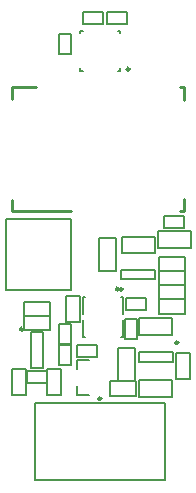
<source format=gto>
G04*
G04 #@! TF.GenerationSoftware,Altium Limited,Altium Designer,18.1.6 (161)*
G04*
G04 Layer_Color=65535*
%FSLAX24Y24*%
%MOIN*%
G70*
G01*
G75*
%ADD10C,0.0098*%
%ADD11C,0.0079*%
%ADD12C,0.0080*%
%ADD13C,0.0100*%
D10*
X610Y6368D02*
G03*
X610Y6368I-49J0D01*
G01*
X2598Y4577D02*
G03*
X2598Y4577I-49J0D01*
G01*
X738Y6358D02*
G03*
X738Y6358I-49J0D01*
G01*
X-2579Y5030D02*
G03*
X-2579Y5030I-49J0D01*
G01*
X974Y13701D02*
G03*
X974Y13701I-49J0D01*
G01*
X30Y2717D02*
G03*
X30Y2717I-49J0D01*
G01*
D11*
X-1772Y2835D02*
X-1299D01*
Y3701D01*
X-1772D02*
X-1299D01*
X-1772Y2835D02*
Y3701D01*
X2519Y3356D02*
X2992D01*
Y4222D01*
X2519D02*
X2992D01*
X2519Y3356D02*
Y4222D01*
X591Y4409D02*
X1142D01*
Y3307D02*
Y4409D01*
X591Y3307D02*
X1142D01*
X591D02*
Y4409D01*
X-1142Y6122D02*
X-669D01*
X-1142Y5256D02*
Y6122D01*
Y5256D02*
X-669D01*
Y6122D01*
X689Y6693D02*
Y7008D01*
X1831Y6693D02*
Y7008D01*
X689Y6693D02*
X1831D01*
X689Y7008D02*
X1831D01*
X709Y7559D02*
Y8110D01*
X1811D01*
Y7559D02*
Y8110D01*
X709Y7559D02*
X1811D01*
X846Y5669D02*
X1516D01*
X846D02*
Y6063D01*
X1516D01*
Y5669D02*
Y6063D01*
X2421Y3937D02*
Y4252D01*
X1280Y3937D02*
Y4252D01*
X2421D01*
X1280Y3937D02*
X2421D01*
X-591Y5522D02*
Y6102D01*
X-522D01*
X-591Y4764D02*
Y5344D01*
Y4764D02*
X-522D01*
X679D02*
X748D01*
Y5344D01*
Y5522D02*
Y6102D01*
X679D02*
X748D01*
X-2323Y4921D02*
X-1929D01*
X-2323Y3740D02*
X-1929D01*
X-2323D02*
Y4921D01*
X-1929Y3740D02*
Y4921D01*
X-768Y4094D02*
X-98D01*
X-768D02*
Y4488D01*
X-98D01*
Y4094D02*
Y4488D01*
X-984Y4528D02*
Y5197D01*
X-1378Y4528D02*
X-984D01*
X-1378D02*
Y5197D01*
X-984D01*
Y3839D02*
Y4508D01*
X-1378Y3839D02*
X-984D01*
X-1378D02*
Y4508D01*
X-984D01*
X1299Y4843D02*
Y5394D01*
X2402D01*
Y4843D02*
Y5394D01*
X1299Y4843D02*
X2402D01*
X1299Y2776D02*
Y3327D01*
X2402D01*
Y2776D02*
Y3327D01*
X1299Y2776D02*
X2402D01*
X-2461Y3248D02*
X-1791D01*
X-2461D02*
Y3642D01*
X-1791D01*
Y3248D02*
Y3642D01*
X1969Y5551D02*
Y6024D01*
Y5551D02*
X2835D01*
Y6024D01*
X1969D02*
X2835D01*
X1969Y6969D02*
Y7441D01*
Y6969D02*
X2835D01*
Y7441D01*
X1969D02*
X2835D01*
X827Y4705D02*
Y5374D01*
X1220D01*
Y4705D02*
Y5374D01*
X827Y4705D02*
X1220D01*
X-2559Y5000D02*
Y5472D01*
Y5000D02*
X-1693D01*
Y5472D01*
X-2559D02*
X-1693D01*
X-2953Y3701D02*
X-2480D01*
X-2953Y2835D02*
Y3701D01*
Y2835D02*
X-2480D01*
Y3701D01*
X-2559Y5472D02*
Y5945D01*
Y5472D02*
X-1693D01*
Y5945D01*
X-2559D02*
X-1693D01*
X669Y13642D02*
Y13720D01*
X591Y13642D02*
X669D01*
X-669D02*
X-591D01*
X-669D02*
Y13720D01*
Y14902D02*
Y14980D01*
X-591D01*
X669Y14902D02*
Y14980D01*
X591D02*
X669D01*
X-1378Y14213D02*
Y14882D01*
X-984D01*
Y14213D02*
Y14882D01*
X-1378Y14213D02*
X-984D01*
X217Y15197D02*
X886D01*
X217D02*
Y15591D01*
X886D01*
Y15197D02*
Y15591D01*
X-571D02*
X98D01*
Y15197D02*
Y15591D01*
X-571Y15197D02*
X98D01*
X-571D02*
Y15591D01*
X2126Y8799D02*
X2795D01*
Y8406D02*
Y8799D01*
X2126Y8406D02*
X2795D01*
X2126D02*
Y8799D01*
X1909Y7736D02*
Y8287D01*
X3012D01*
Y7736D02*
Y8287D01*
X1909Y7736D02*
X3012D01*
X-768Y2835D02*
X-374D01*
X-768D02*
Y3150D01*
Y4016D02*
X-374D01*
X-768Y3701D02*
Y4016D01*
X1201Y2815D02*
Y3287D01*
X335D02*
X1201D01*
X335Y2815D02*
Y3287D01*
Y2815D02*
X1201D01*
X2835Y6024D02*
Y6496D01*
X1969D02*
X2835D01*
X1969Y6024D02*
Y6496D01*
Y6024D02*
X2835D01*
Y6496D02*
Y6969D01*
X1969D02*
X2835D01*
X1969Y6496D02*
Y6969D01*
Y6496D02*
X2835D01*
X-39Y8071D02*
X512D01*
Y6969D02*
Y8071D01*
X-39Y6969D02*
X512D01*
X-39D02*
Y8071D01*
D12*
X-2165Y0D02*
X2165D01*
X-2165D02*
Y2559D01*
X2165D01*
Y0D02*
Y2559D01*
X-3150Y6437D02*
Y8701D01*
X-984D01*
Y6339D02*
Y8701D01*
X-3150Y6339D02*
X-984D01*
X-3150D02*
Y6437D01*
D13*
X2776Y12677D02*
Y13091D01*
X-2933Y12697D02*
Y13091D01*
X-2146D01*
X2638D02*
X2776D01*
X2638Y8957D02*
X2776D01*
Y9370D01*
X-2933Y8957D02*
X-965D01*
X-2933D02*
Y9350D01*
M02*

</source>
